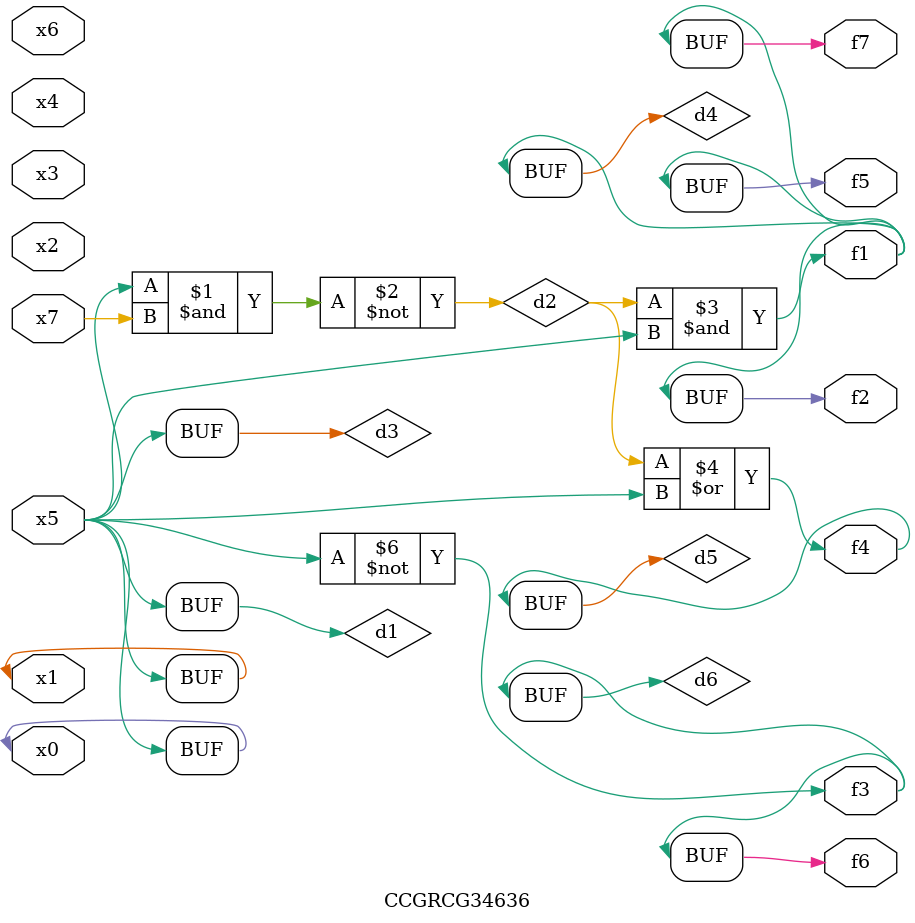
<source format=v>
module CCGRCG34636(
	input x0, x1, x2, x3, x4, x5, x6, x7,
	output f1, f2, f3, f4, f5, f6, f7
);

	wire d1, d2, d3, d4, d5, d6;

	buf (d1, x0, x5);
	nand (d2, x5, x7);
	buf (d3, x0, x1);
	and (d4, d2, d3);
	or (d5, d2, d3);
	nor (d6, d1, d3);
	assign f1 = d4;
	assign f2 = d4;
	assign f3 = d6;
	assign f4 = d5;
	assign f5 = d4;
	assign f6 = d6;
	assign f7 = d4;
endmodule

</source>
